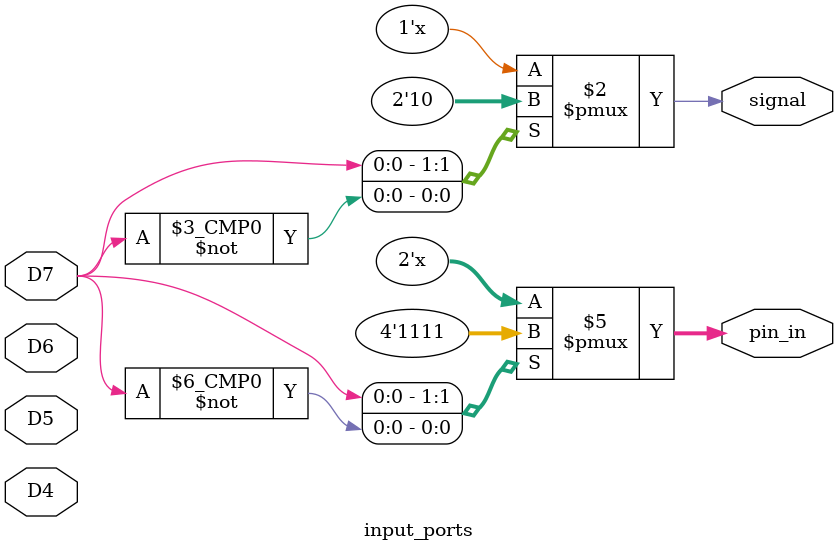
<source format=v>


module input_ports(input D4,D5,D6,D7,output reg signal, output reg [1:0]pin_in);
always@*
begin
    case(D4)
        1'b1:
            begin
                pin_in<=2'b00;
                signal<=1;
            end
        1'b0:
            begin
                pin_in<=2'b00;
                signal<=0;
            end
    endcase
    case(D5)
        1'b1:
            begin
                pin_in<=2'b01;
                signal<=1;
            end
        1'b0:
            begin
                pin_in<=2'b01;
                signal<=0;
            end
    endcase
    case(D6)
        1'b1:
            begin
                pin_in<=2'b10;
                signal<=1;
            end
        1'b0:
            begin
                pin_in<=2'b10;
                signal<=0;
            end
    endcase
    case(D7)
        1'b1:
            begin
                pin_in<=2'b11;
                signal<=1;
            end
        1'b0:
            begin
                pin_in<=2'b11;
                signal<=0;
            end
    endcase
        
end
endmodule

</source>
